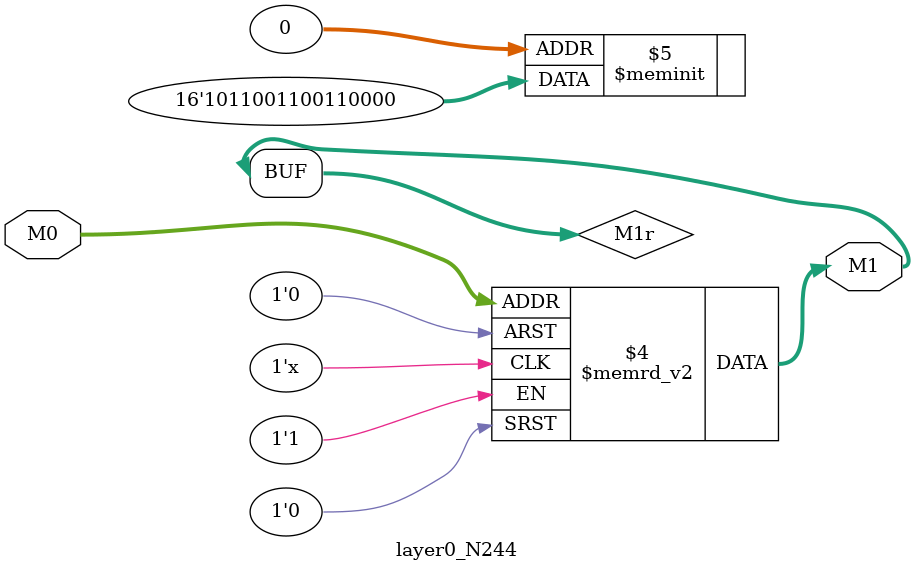
<source format=v>
module layer0_N244 ( input [2:0] M0, output [1:0] M1 );

	(*rom_style = "distributed" *) reg [1:0] M1r;
	assign M1 = M1r;
	always @ (M0) begin
		case (M0)
			3'b000: M1r = 2'b00;
			3'b100: M1r = 2'b11;
			3'b010: M1r = 2'b11;
			3'b110: M1r = 2'b11;
			3'b001: M1r = 2'b00;
			3'b101: M1r = 2'b00;
			3'b011: M1r = 2'b00;
			3'b111: M1r = 2'b10;

		endcase
	end
endmodule

</source>
